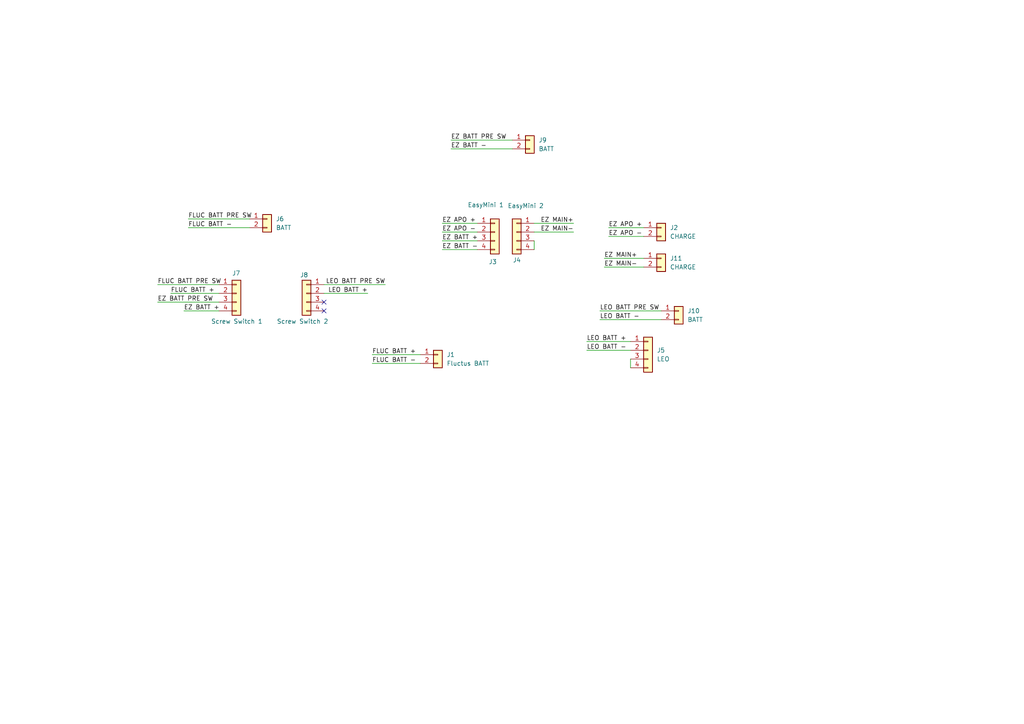
<source format=kicad_sch>
(kicad_sch (version 20231120) (generator "eeschema") (generator_version "8.0")
  (paper "A4")
  (lib_symbols
    (symbol "Connector_Generic:Conn_01x02" (pin_names (offset 1.016) hide)
      (property "Reference" "J" (at 0 2.54 0))
      (property "Value" "Conn_01x02" (at 0 -5.08 0))
      (symbol "Conn_01x02_1_1"
        (rectangle (start -1.27 -2.413) (end 0 -2.667) (stroke (width 0.1524)))
        (rectangle (start -1.27 0.127) (end 0 -0.127) (stroke (width 0.1524)))
        (rectangle (start -1.27 1.27) (end 1.27 -3.81) (stroke (width 0.254)) (fill (type background)))
        (pin passive line (at -5.08 0 0) (length 3.81) (name "Pin_1") (number "1"))
        (pin passive line (at -5.08 -2.54 0) (length 3.81) (name "Pin_2") (number "2"))
      )
    )
    (symbol "Connector_Generic:Conn_01x04" (pin_names (offset 1.016) hide)
      (property "Reference" "J" (at 0 5.08 0))
      (property "Value" "Conn_01x04" (at 0 -7.62 0))
      (symbol "Conn_01x04_1_1"
        (rectangle (start -1.27 -4.953) (end 0 -5.207) (stroke (width 0.1524)))
        (rectangle (start -1.27 -2.413) (end 0 -2.667) (stroke (width 0.1524)))
        (rectangle (start -1.27 0.127) (end 0 -0.127) (stroke (width 0.1524)))
        (rectangle (start -1.27 2.667) (end 0 2.413) (stroke (width 0.1524)))
        (rectangle (start -1.27 3.81) (end 1.27 -6.35) (stroke (width 0.254)) (fill (type background)))
        (pin passive line (at -5.08 2.54 0) (length 3.81) (name "Pin_1") (number "1"))
        (pin passive line (at -5.08 0 0) (length 3.81) (name "Pin_2") (number "2"))
        (pin passive line (at -5.08 -2.54 0) (length 3.81) (name "Pin_3") (number "3"))
        (pin passive line (at -5.08 -5.08 0) (length 3.81) (name "Pin_4") (number "4"))
      )
    )
  )
  (no_connect (at 93.98 90.17))
  (no_connect (at 93.98 87.63))
  (wire (pts (xy 53.34 90.17) (xy 63.5 90.17)))
  (wire (pts (xy 54.61 66.04) (xy 72.39 66.04)))
  (wire (pts (xy 176.53 66.04) (xy 186.69 66.04)))
  (wire (pts (xy 45.72 82.55) (xy 63.5 82.55)))
  (wire (pts (xy 128.27 67.31) (xy 138.43 67.31)))
  (wire (pts (xy 186.69 74.93) (xy 175.26 74.93)))
  (wire (pts (xy 130.81 43.18) (xy 148.59 43.18)))
  (wire (pts (xy 173.99 90.17) (xy 191.77 90.17)))
  (wire (pts (xy 154.94 69.85) (xy 154.94 72.39)))
  (wire (pts (xy 111.76 82.55) (xy 93.98 82.55)))
  (wire (pts (xy 128.27 64.77) (xy 138.43 64.77)))
  (wire (pts (xy 106.68 85.09) (xy 93.98 85.09)))
  (wire (pts (xy 49.53 85.09) (xy 63.5 85.09)))
  (wire (pts (xy 154.94 64.77) (xy 166.37 64.77)))
  (wire (pts (xy 128.27 69.85) (xy 138.43 69.85)))
  (wire (pts (xy 128.27 72.39) (xy 138.43 72.39)))
  (wire (pts (xy 45.72 87.63) (xy 63.5 87.63)))
  (wire (pts (xy 176.53 68.58) (xy 186.69 68.58)))
  (wire (pts (xy 186.69 77.47) (xy 175.26 77.47)))
  (wire (pts (xy 170.18 101.6) (xy 182.88 101.6)))
  (wire (pts (xy 107.95 102.87) (xy 121.92 102.87)))
  (wire (pts (xy 54.61 63.5) (xy 72.39 63.5)))
  (wire (pts (xy 182.88 104.14) (xy 182.88 106.68)))
  (wire (pts (xy 154.94 67.31) (xy 166.37 67.31)))
  (wire (pts (xy 173.99 92.71) (xy 191.77 92.71)))
  (wire (pts (xy 107.95 105.41) (xy 121.92 105.41)))
  (wire (pts (xy 130.81 40.64) (xy 148.59 40.64)))
  (wire (pts (xy 170.18 99.06) (xy 182.88 99.06)))
  (label "EZ MAIN+" (at 175.26 74.93 0))
  (label "LEO BATT -" (at 173.99 92.71 0))
  (label "LEO BATT PRE SW" (at 173.99 90.17 0))
  (label "EZ APO +" (at 176.53 66.04 0))
  (label "LEO BATT +" (at 170.18 99.06 0))
  (label "EZ BATT +" (at 53.34 90.17 0))
  (label "FLUC BATT PRE SW" (at 45.72 82.55 0))
  (label "FLUC BATT +" (at 49.53 85.09 0))
  (label "EZ MAIN-" (at 175.26 77.47 0))
  (label "LEO BATT +" (at 106.68 85.09 180))
  (label "EZ BATT -" (at 128.27 72.39 0))
  (label "EZ BATT PRE SW" (at 45.72 87.63 0))
  (label "FLUC BATT PRE SW" (at 54.61 63.5 0))
  (label "EZ MAIN+" (at 166.37 64.77 180))
  (label "EZ APO +" (at 128.27 64.77 0))
  (label "FLUC BATT -" (at 107.95 105.41 0))
  (label "EZ MAIN-" (at 166.37 67.31 180))
  (label "LEO BATT -" (at 170.18 101.6 0))
  (label "EZ APO -" (at 128.27 67.31 0))
  (label "FLUC BATT -" (at 54.61 66.04 0))
  (label "EZ BATT +" (at 128.27 69.85 0))
  (label "EZ APO -" (at 176.53 68.58 0))
  (label "EZ BATT -" (at 130.81 43.18 0))
  (label "LEO BATT PRE SW" (at 111.76 82.55 180))
  (label "EZ BATT PRE SW" (at 130.81 40.64 0))
  (label "FLUC BATT +" (at 107.95 102.87 0))
  (symbol (lib_id "Connector_Generic:Conn_01x04") (at 88.9 85.09 0) (mirror y) (unit 1)
    (property "Reference" "J8" (at 89.408 79.756 0) (effects (justify left)))
    (property "Value" "Screw Switch 2" (at 95.25 93.218 0) (effects (justify left)))
    (property "Footprint" "Connector_PinHeader_2.54mm:PinHeader_1x04_P2.54mm_Vertical" (effects (hide yes)))
    (property "Description" "Generic connector, single row, 01x04, script generated (kicad-library-utils/schlib/autogen/connector/)" (effects (hide yes)))
  )
  (symbol (lib_id "Connector_Generic:Conn_01x04") (at 143.51 67.31 0) (unit 1)
    (property "Reference" "J3" (at 141.732 75.946 0) (effects (justify left)))
    (property "Value" "EasyMini 1" (at 135.636 59.436 0) (effects (justify left)))
    (property "Footprint" "Connector_PinHeader_2.54mm:PinHeader_1x04_P2.54mm_Vertical" (effects (hide yes)))
    (property "Description" "Generic connector, single row, 01x04, script generated (kicad-library-utils/schlib/autogen/connector/)" (effects (hide yes)))
  )
  (symbol (lib_id "Connector_Generic:Conn_01x02") (at 191.77 74.93 0) (unit 1)
    (property "Reference" "J11" (at 194.31 74.9299 0) (effects (justify left)))
    (property "Value" "CHARGE" (at 194.31 77.4699 0) (effects (justify left)))
    (property "Footprint" "Connector_PinHeader_2.54mm:PinHeader_1x02_P2.54mm_Vertical" (effects (hide yes)))
    (property "Description" "Generic connector, single row, 01x02, script generated (kicad-library-utils/schlib/autogen/connector/)" (effects (hide yes)))
  )
  (symbol (lib_id "Connector_Generic:Conn_01x02") (at 191.77 66.04 0) (unit 1)
    (property "Reference" "J2" (at 194.31 66.0399 0) (effects (justify left)))
    (property "Value" "CHARGE" (at 194.31 68.5799 0) (effects (justify left)))
    (property "Footprint" "Connector_PinHeader_2.54mm:PinHeader_1x02_P2.54mm_Vertical" (effects (hide yes)))
    (property "Description" "Generic connector, single row, 01x02, script generated (kicad-library-utils/schlib/autogen/connector/)" (effects (hide yes)))
  )
  (symbol (lib_id "Connector_Generic:Conn_01x02") (at 127 102.87 0) (unit 1)
    (property "Reference" "J1" (at 129.54 102.8699 0) (effects (justify left)))
    (property "Value" "Fluctus BATT" (at 129.54 105.4099 0) (effects (justify left)))
    (property "Footprint" "Connector_PinHeader_2.54mm:PinHeader_1x02_P2.54mm_Vertical" (effects (hide yes)))
    (property "Description" "Generic connector, single row, 01x02, script generated (kicad-library-utils/schlib/autogen/connector/)" (effects (hide yes)))
  )
  (symbol (lib_id "Connector_Generic:Conn_01x04") (at 187.96 101.6 0) (unit 1)
    (property "Reference" "J5" (at 190.5 101.5999 0) (effects (justify left)))
    (property "Value" "LEO" (at 190.5 104.1399 0) (effects (justify left)))
    (property "Footprint" "Connector_PinHeader_2.54mm:PinHeader_1x04_P2.54mm_Vertical" (effects (hide yes)))
    (property "Description" "Generic connector, single row, 01x04, script generated (kicad-library-utils/schlib/autogen/connector/)" (effects (hide yes)))
  )
  (symbol (lib_id "Connector_Generic:Conn_01x02") (at 196.85 90.17 0) (unit 1)
    (property "Reference" "J10" (at 199.39 90.1699 0) (effects (justify left)))
    (property "Value" "BATT" (at 199.39 92.7099 0) (effects (justify left)))
    (property "Footprint" "Connector_PinHeader_2.54mm:PinHeader_1x02_P2.54mm_Vertical" (effects (hide yes)))
    (property "Description" "Generic connector, single row, 01x02, script generated (kicad-library-utils/schlib/autogen/connector/)" (effects (hide yes)))
  )
  (symbol (lib_id "Connector_Generic:Conn_01x04") (at 149.86 67.31 0) (mirror y) (unit 1)
    (property "Reference" "J4" (at 151.13 75.438 0) (effects (justify left)))
    (property "Value" "EasyMini 2" (at 157.734 59.69 0) (effects (justify left)))
    (property "Footprint" "Connector_PinHeader_2.54mm:PinHeader_1x04_P2.54mm_Vertical" (effects (hide yes)))
    (property "Description" "Generic connector, single row, 01x04, script generated (kicad-library-utils/schlib/autogen/connector/)" (effects (hide yes)))
  )
  (symbol (lib_id "Connector_Generic:Conn_01x02") (at 77.47 63.5 0) (unit 1)
    (property "Reference" "J6" (at 80.01 63.4999 0) (effects (justify left)))
    (property "Value" "BATT" (at 80.01 66.0399 0) (effects (justify left)))
    (property "Footprint" "Connector_PinHeader_2.54mm:PinHeader_1x02_P2.54mm_Vertical" (effects (hide yes)))
    (property "Description" "Generic connector, single row, 01x02, script generated (kicad-library-utils/schlib/autogen/connector/)" (effects (hide yes)))
  )
  (symbol (lib_id "Connector_Generic:Conn_01x04") (at 68.58 85.09 0) (unit 1)
    (property "Reference" "J7" (at 67.31 79.248 0) (effects (justify left)))
    (property "Value" "Screw Switch 1" (at 61.214 93.218 0) (effects (justify left)))
    (property "Footprint" "Connector_PinHeader_2.54mm:PinHeader_1x04_P2.54mm_Vertical" (effects (hide yes)))
    (property "Description" "Generic connector, single row, 01x04, script generated (kicad-library-utils/schlib/autogen/connector/)" (effects (hide yes)))
  )
  (symbol (lib_id "Connector_Generic:Conn_01x02") (at 153.67 40.64 0) (unit 1)
    (property "Reference" "J9" (at 156.21 40.6399 0) (effects (justify left)))
    (property "Value" "BATT" (at 156.21 43.1799 0) (effects (justify left)))
    (property "Footprint" "Connector_PinHeader_2.54mm:PinHeader_1x02_P2.54mm_Vertical" (effects (hide yes)))
    (property "Description" "Generic connector, single row, 01x02, script generated (kicad-library-utils/schlib/autogen/connector/)" (effects (hide yes)))
  )
)
</source>
